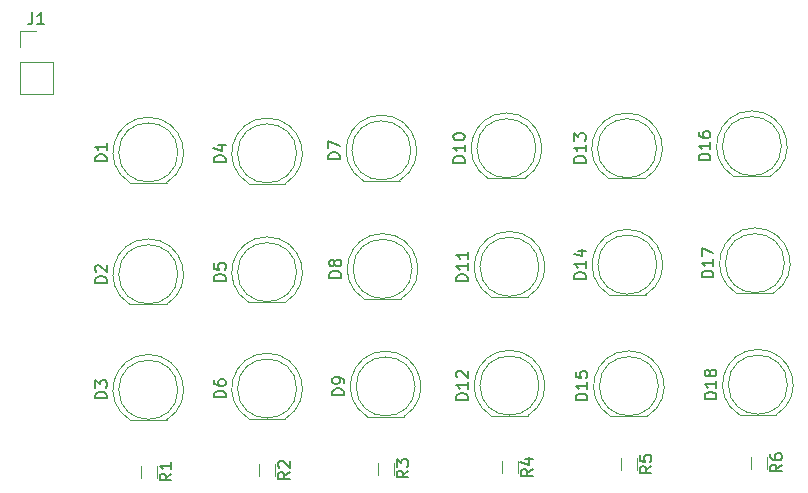
<source format=gbr>
G04 #@! TF.FileFunction,Legend,Top*
%FSLAX46Y46*%
G04 Gerber Fmt 4.6, Leading zero omitted, Abs format (unit mm)*
G04 Created by KiCad (PCBNEW 4.0.5) date Thursday, March 09, 2017 'PMt' 04:26:22 PM*
%MOMM*%
%LPD*%
G01*
G04 APERTURE LIST*
%ADD10C,0.100000*%
%ADD11C,0.120000*%
%ADD12C,0.150000*%
G04 APERTURE END LIST*
D10*
D11*
X156286662Y-106255400D02*
G75*
G03X154741370Y-111805400I-462J-2990000D01*
G01*
X156285738Y-106255400D02*
G75*
G02X157831030Y-111805400I462J-2990000D01*
G01*
X158786200Y-109245400D02*
G75*
G03X158786200Y-109245400I-2500000J0D01*
G01*
X154741200Y-111805400D02*
X157831200Y-111805400D01*
X156286662Y-116567800D02*
G75*
G03X154741370Y-122117800I-462J-2990000D01*
G01*
X156285738Y-116567800D02*
G75*
G02X157831030Y-122117800I462J-2990000D01*
G01*
X158786200Y-119557800D02*
G75*
G03X158786200Y-119557800I-2500000J0D01*
G01*
X154741200Y-122117800D02*
X157831200Y-122117800D01*
X156286662Y-126346800D02*
G75*
G03X154741370Y-131896800I-462J-2990000D01*
G01*
X156285738Y-126346800D02*
G75*
G02X157831030Y-131896800I462J-2990000D01*
G01*
X158786200Y-129336800D02*
G75*
G03X158786200Y-129336800I-2500000J0D01*
G01*
X154741200Y-131896800D02*
X157831200Y-131896800D01*
X166345062Y-106331600D02*
G75*
G03X164799770Y-111881600I-462J-2990000D01*
G01*
X166344138Y-106331600D02*
G75*
G02X167889430Y-111881600I462J-2990000D01*
G01*
X168844600Y-109321600D02*
G75*
G03X168844600Y-109321600I-2500000J0D01*
G01*
X164799600Y-111881600D02*
X167889600Y-111881600D01*
X166345062Y-116390000D02*
G75*
G03X164799770Y-121940000I-462J-2990000D01*
G01*
X166344138Y-116390000D02*
G75*
G02X167889430Y-121940000I462J-2990000D01*
G01*
X168844600Y-119380000D02*
G75*
G03X168844600Y-119380000I-2500000J0D01*
G01*
X164799600Y-121940000D02*
X167889600Y-121940000D01*
X166345062Y-126245200D02*
G75*
G03X164799770Y-131795200I-462J-2990000D01*
G01*
X166344138Y-126245200D02*
G75*
G02X167889430Y-131795200I462J-2990000D01*
G01*
X168844600Y-129235200D02*
G75*
G03X168844600Y-129235200I-2500000J0D01*
G01*
X164799600Y-131795200D02*
X167889600Y-131795200D01*
X176022462Y-106077600D02*
G75*
G03X174477170Y-111627600I-462J-2990000D01*
G01*
X176021538Y-106077600D02*
G75*
G02X177566830Y-111627600I462J-2990000D01*
G01*
X178522000Y-109067600D02*
G75*
G03X178522000Y-109067600I-2500000J0D01*
G01*
X174477000Y-111627600D02*
X177567000Y-111627600D01*
X176124062Y-116110600D02*
G75*
G03X174578770Y-121660600I-462J-2990000D01*
G01*
X176123138Y-116110600D02*
G75*
G02X177668430Y-121660600I462J-2990000D01*
G01*
X178623600Y-119100600D02*
G75*
G03X178623600Y-119100600I-2500000J0D01*
G01*
X174578600Y-121660600D02*
X177668600Y-121660600D01*
X176378062Y-126067400D02*
G75*
G03X174832770Y-131617400I-462J-2990000D01*
G01*
X176377138Y-126067400D02*
G75*
G02X177922430Y-131617400I462J-2990000D01*
G01*
X178877600Y-129057400D02*
G75*
G03X178877600Y-129057400I-2500000J0D01*
G01*
X174832600Y-131617400D02*
X177922600Y-131617400D01*
X186614262Y-105899800D02*
G75*
G03X185068970Y-111449800I-462J-2990000D01*
G01*
X186613338Y-105899800D02*
G75*
G02X188158630Y-111449800I462J-2990000D01*
G01*
X189113800Y-108889800D02*
G75*
G03X189113800Y-108889800I-2500000J0D01*
G01*
X185068800Y-111449800D02*
X188158800Y-111449800D01*
X186868262Y-115932800D02*
G75*
G03X185322970Y-121482800I-462J-2990000D01*
G01*
X186867338Y-115932800D02*
G75*
G02X188412630Y-121482800I462J-2990000D01*
G01*
X189367800Y-118922800D02*
G75*
G03X189367800Y-118922800I-2500000J0D01*
G01*
X185322800Y-121482800D02*
X188412800Y-121482800D01*
X186868262Y-125991200D02*
G75*
G03X185322970Y-131541200I-462J-2990000D01*
G01*
X186867338Y-125991200D02*
G75*
G02X188412630Y-131541200I462J-2990000D01*
G01*
X189367800Y-128981200D02*
G75*
G03X189367800Y-128981200I-2500000J0D01*
G01*
X185322800Y-131541200D02*
X188412800Y-131541200D01*
X196825062Y-105899800D02*
G75*
G03X195279770Y-111449800I-462J-2990000D01*
G01*
X196824138Y-105899800D02*
G75*
G02X198369430Y-111449800I462J-2990000D01*
G01*
X199324600Y-108889800D02*
G75*
G03X199324600Y-108889800I-2500000J0D01*
G01*
X195279600Y-111449800D02*
X198369600Y-111449800D01*
X196850462Y-115755000D02*
G75*
G03X195305170Y-121305000I-462J-2990000D01*
G01*
X196849538Y-115755000D02*
G75*
G02X198394830Y-121305000I462J-2990000D01*
G01*
X199350000Y-118745000D02*
G75*
G03X199350000Y-118745000I-2500000J0D01*
G01*
X195305000Y-121305000D02*
X198395000Y-121305000D01*
X196977462Y-126042000D02*
G75*
G03X195432170Y-131592000I-462J-2990000D01*
G01*
X196976538Y-126042000D02*
G75*
G02X198521830Y-131592000I462J-2990000D01*
G01*
X199477000Y-129032000D02*
G75*
G03X199477000Y-129032000I-2500000J0D01*
G01*
X195432000Y-131592000D02*
X198522000Y-131592000D01*
X207391462Y-105722000D02*
G75*
G03X205846170Y-111272000I-462J-2990000D01*
G01*
X207390538Y-105722000D02*
G75*
G02X208935830Y-111272000I462J-2990000D01*
G01*
X209891000Y-108712000D02*
G75*
G03X209891000Y-108712000I-2500000J0D01*
G01*
X205846000Y-111272000D02*
X208936000Y-111272000D01*
X207645462Y-115628000D02*
G75*
G03X206100170Y-121178000I-462J-2990000D01*
G01*
X207644538Y-115628000D02*
G75*
G02X209189830Y-121178000I462J-2990000D01*
G01*
X210145000Y-118618000D02*
G75*
G03X210145000Y-118618000I-2500000J0D01*
G01*
X206100000Y-121178000D02*
X209190000Y-121178000D01*
X207899462Y-125915000D02*
G75*
G03X206354170Y-131465000I-462J-2990000D01*
G01*
X207898538Y-125915000D02*
G75*
G02X209443830Y-131465000I462J-2990000D01*
G01*
X210399000Y-128905000D02*
G75*
G03X210399000Y-128905000I-2500000J0D01*
G01*
X206354000Y-131465000D02*
X209444000Y-131465000D01*
X145422000Y-101600000D02*
X145422000Y-104260000D01*
X145422000Y-104260000D02*
X148202000Y-104260000D01*
X148202000Y-104260000D02*
X148202000Y-101600000D01*
X148202000Y-101600000D02*
X145422000Y-101600000D01*
X145422000Y-100330000D02*
X145422000Y-98940000D01*
X145422000Y-98940000D02*
X146812000Y-98940000D01*
X155657000Y-136771000D02*
X155657000Y-135771000D01*
X157017000Y-135771000D02*
X157017000Y-136771000D01*
X165690000Y-136644000D02*
X165690000Y-135644000D01*
X167050000Y-135644000D02*
X167050000Y-136644000D01*
X175723000Y-136517000D02*
X175723000Y-135517000D01*
X177083000Y-135517000D02*
X177083000Y-136517000D01*
X186264000Y-136390000D02*
X186264000Y-135390000D01*
X187624000Y-135390000D02*
X187624000Y-136390000D01*
X196297000Y-136136000D02*
X196297000Y-135136000D01*
X197657000Y-135136000D02*
X197657000Y-136136000D01*
X207346000Y-136009000D02*
X207346000Y-135009000D01*
X208706000Y-135009000D02*
X208706000Y-136009000D01*
D12*
X152778581Y-109983495D02*
X151778581Y-109983495D01*
X151778581Y-109745400D01*
X151826200Y-109602542D01*
X151921438Y-109507304D01*
X152016676Y-109459685D01*
X152207152Y-109412066D01*
X152350010Y-109412066D01*
X152540486Y-109459685D01*
X152635724Y-109507304D01*
X152730962Y-109602542D01*
X152778581Y-109745400D01*
X152778581Y-109983495D01*
X152778581Y-108459685D02*
X152778581Y-109031114D01*
X152778581Y-108745400D02*
X151778581Y-108745400D01*
X151921438Y-108840638D01*
X152016676Y-108935876D01*
X152064295Y-109031114D01*
X152778581Y-120295895D02*
X151778581Y-120295895D01*
X151778581Y-120057800D01*
X151826200Y-119914942D01*
X151921438Y-119819704D01*
X152016676Y-119772085D01*
X152207152Y-119724466D01*
X152350010Y-119724466D01*
X152540486Y-119772085D01*
X152635724Y-119819704D01*
X152730962Y-119914942D01*
X152778581Y-120057800D01*
X152778581Y-120295895D01*
X151873819Y-119343514D02*
X151826200Y-119295895D01*
X151778581Y-119200657D01*
X151778581Y-118962561D01*
X151826200Y-118867323D01*
X151873819Y-118819704D01*
X151969057Y-118772085D01*
X152064295Y-118772085D01*
X152207152Y-118819704D01*
X152778581Y-119391133D01*
X152778581Y-118772085D01*
X152778581Y-130074895D02*
X151778581Y-130074895D01*
X151778581Y-129836800D01*
X151826200Y-129693942D01*
X151921438Y-129598704D01*
X152016676Y-129551085D01*
X152207152Y-129503466D01*
X152350010Y-129503466D01*
X152540486Y-129551085D01*
X152635724Y-129598704D01*
X152730962Y-129693942D01*
X152778581Y-129836800D01*
X152778581Y-130074895D01*
X151778581Y-129170133D02*
X151778581Y-128551085D01*
X152159533Y-128884419D01*
X152159533Y-128741561D01*
X152207152Y-128646323D01*
X152254771Y-128598704D01*
X152350010Y-128551085D01*
X152588105Y-128551085D01*
X152683343Y-128598704D01*
X152730962Y-128646323D01*
X152778581Y-128741561D01*
X152778581Y-129027276D01*
X152730962Y-129122514D01*
X152683343Y-129170133D01*
X162836981Y-110059695D02*
X161836981Y-110059695D01*
X161836981Y-109821600D01*
X161884600Y-109678742D01*
X161979838Y-109583504D01*
X162075076Y-109535885D01*
X162265552Y-109488266D01*
X162408410Y-109488266D01*
X162598886Y-109535885D01*
X162694124Y-109583504D01*
X162789362Y-109678742D01*
X162836981Y-109821600D01*
X162836981Y-110059695D01*
X162170314Y-108631123D02*
X162836981Y-108631123D01*
X161789362Y-108869219D02*
X162503648Y-109107314D01*
X162503648Y-108488266D01*
X162836981Y-120118095D02*
X161836981Y-120118095D01*
X161836981Y-119880000D01*
X161884600Y-119737142D01*
X161979838Y-119641904D01*
X162075076Y-119594285D01*
X162265552Y-119546666D01*
X162408410Y-119546666D01*
X162598886Y-119594285D01*
X162694124Y-119641904D01*
X162789362Y-119737142D01*
X162836981Y-119880000D01*
X162836981Y-120118095D01*
X161836981Y-118641904D02*
X161836981Y-119118095D01*
X162313171Y-119165714D01*
X162265552Y-119118095D01*
X162217933Y-119022857D01*
X162217933Y-118784761D01*
X162265552Y-118689523D01*
X162313171Y-118641904D01*
X162408410Y-118594285D01*
X162646505Y-118594285D01*
X162741743Y-118641904D01*
X162789362Y-118689523D01*
X162836981Y-118784761D01*
X162836981Y-119022857D01*
X162789362Y-119118095D01*
X162741743Y-119165714D01*
X162836981Y-129973295D02*
X161836981Y-129973295D01*
X161836981Y-129735200D01*
X161884600Y-129592342D01*
X161979838Y-129497104D01*
X162075076Y-129449485D01*
X162265552Y-129401866D01*
X162408410Y-129401866D01*
X162598886Y-129449485D01*
X162694124Y-129497104D01*
X162789362Y-129592342D01*
X162836981Y-129735200D01*
X162836981Y-129973295D01*
X161836981Y-128544723D02*
X161836981Y-128735200D01*
X161884600Y-128830438D01*
X161932219Y-128878057D01*
X162075076Y-128973295D01*
X162265552Y-129020914D01*
X162646505Y-129020914D01*
X162741743Y-128973295D01*
X162789362Y-128925676D01*
X162836981Y-128830438D01*
X162836981Y-128639961D01*
X162789362Y-128544723D01*
X162741743Y-128497104D01*
X162646505Y-128449485D01*
X162408410Y-128449485D01*
X162313171Y-128497104D01*
X162265552Y-128544723D01*
X162217933Y-128639961D01*
X162217933Y-128830438D01*
X162265552Y-128925676D01*
X162313171Y-128973295D01*
X162408410Y-129020914D01*
X172514381Y-109805695D02*
X171514381Y-109805695D01*
X171514381Y-109567600D01*
X171562000Y-109424742D01*
X171657238Y-109329504D01*
X171752476Y-109281885D01*
X171942952Y-109234266D01*
X172085810Y-109234266D01*
X172276286Y-109281885D01*
X172371524Y-109329504D01*
X172466762Y-109424742D01*
X172514381Y-109567600D01*
X172514381Y-109805695D01*
X171514381Y-108900933D02*
X171514381Y-108234266D01*
X172514381Y-108662838D01*
X172615981Y-119838695D02*
X171615981Y-119838695D01*
X171615981Y-119600600D01*
X171663600Y-119457742D01*
X171758838Y-119362504D01*
X171854076Y-119314885D01*
X172044552Y-119267266D01*
X172187410Y-119267266D01*
X172377886Y-119314885D01*
X172473124Y-119362504D01*
X172568362Y-119457742D01*
X172615981Y-119600600D01*
X172615981Y-119838695D01*
X172044552Y-118695838D02*
X171996933Y-118791076D01*
X171949314Y-118838695D01*
X171854076Y-118886314D01*
X171806457Y-118886314D01*
X171711219Y-118838695D01*
X171663600Y-118791076D01*
X171615981Y-118695838D01*
X171615981Y-118505361D01*
X171663600Y-118410123D01*
X171711219Y-118362504D01*
X171806457Y-118314885D01*
X171854076Y-118314885D01*
X171949314Y-118362504D01*
X171996933Y-118410123D01*
X172044552Y-118505361D01*
X172044552Y-118695838D01*
X172092171Y-118791076D01*
X172139790Y-118838695D01*
X172235029Y-118886314D01*
X172425505Y-118886314D01*
X172520743Y-118838695D01*
X172568362Y-118791076D01*
X172615981Y-118695838D01*
X172615981Y-118505361D01*
X172568362Y-118410123D01*
X172520743Y-118362504D01*
X172425505Y-118314885D01*
X172235029Y-118314885D01*
X172139790Y-118362504D01*
X172092171Y-118410123D01*
X172044552Y-118505361D01*
X172869981Y-129795495D02*
X171869981Y-129795495D01*
X171869981Y-129557400D01*
X171917600Y-129414542D01*
X172012838Y-129319304D01*
X172108076Y-129271685D01*
X172298552Y-129224066D01*
X172441410Y-129224066D01*
X172631886Y-129271685D01*
X172727124Y-129319304D01*
X172822362Y-129414542D01*
X172869981Y-129557400D01*
X172869981Y-129795495D01*
X172869981Y-128747876D02*
X172869981Y-128557400D01*
X172822362Y-128462161D01*
X172774743Y-128414542D01*
X172631886Y-128319304D01*
X172441410Y-128271685D01*
X172060457Y-128271685D01*
X171965219Y-128319304D01*
X171917600Y-128366923D01*
X171869981Y-128462161D01*
X171869981Y-128652638D01*
X171917600Y-128747876D01*
X171965219Y-128795495D01*
X172060457Y-128843114D01*
X172298552Y-128843114D01*
X172393790Y-128795495D01*
X172441410Y-128747876D01*
X172489029Y-128652638D01*
X172489029Y-128462161D01*
X172441410Y-128366923D01*
X172393790Y-128319304D01*
X172298552Y-128271685D01*
X183106181Y-110104086D02*
X182106181Y-110104086D01*
X182106181Y-109865991D01*
X182153800Y-109723133D01*
X182249038Y-109627895D01*
X182344276Y-109580276D01*
X182534752Y-109532657D01*
X182677610Y-109532657D01*
X182868086Y-109580276D01*
X182963324Y-109627895D01*
X183058562Y-109723133D01*
X183106181Y-109865991D01*
X183106181Y-110104086D01*
X183106181Y-108580276D02*
X183106181Y-109151705D01*
X183106181Y-108865991D02*
X182106181Y-108865991D01*
X182249038Y-108961229D01*
X182344276Y-109056467D01*
X182391895Y-109151705D01*
X182106181Y-107961229D02*
X182106181Y-107865990D01*
X182153800Y-107770752D01*
X182201419Y-107723133D01*
X182296657Y-107675514D01*
X182487133Y-107627895D01*
X182725229Y-107627895D01*
X182915705Y-107675514D01*
X183010943Y-107723133D01*
X183058562Y-107770752D01*
X183106181Y-107865990D01*
X183106181Y-107961229D01*
X183058562Y-108056467D01*
X183010943Y-108104086D01*
X182915705Y-108151705D01*
X182725229Y-108199324D01*
X182487133Y-108199324D01*
X182296657Y-108151705D01*
X182201419Y-108104086D01*
X182153800Y-108056467D01*
X182106181Y-107961229D01*
X183360181Y-120137086D02*
X182360181Y-120137086D01*
X182360181Y-119898991D01*
X182407800Y-119756133D01*
X182503038Y-119660895D01*
X182598276Y-119613276D01*
X182788752Y-119565657D01*
X182931610Y-119565657D01*
X183122086Y-119613276D01*
X183217324Y-119660895D01*
X183312562Y-119756133D01*
X183360181Y-119898991D01*
X183360181Y-120137086D01*
X183360181Y-118613276D02*
X183360181Y-119184705D01*
X183360181Y-118898991D02*
X182360181Y-118898991D01*
X182503038Y-118994229D01*
X182598276Y-119089467D01*
X182645895Y-119184705D01*
X183360181Y-117660895D02*
X183360181Y-118232324D01*
X183360181Y-117946610D02*
X182360181Y-117946610D01*
X182503038Y-118041848D01*
X182598276Y-118137086D01*
X182645895Y-118232324D01*
X183360181Y-130195486D02*
X182360181Y-130195486D01*
X182360181Y-129957391D01*
X182407800Y-129814533D01*
X182503038Y-129719295D01*
X182598276Y-129671676D01*
X182788752Y-129624057D01*
X182931610Y-129624057D01*
X183122086Y-129671676D01*
X183217324Y-129719295D01*
X183312562Y-129814533D01*
X183360181Y-129957391D01*
X183360181Y-130195486D01*
X183360181Y-128671676D02*
X183360181Y-129243105D01*
X183360181Y-128957391D02*
X182360181Y-128957391D01*
X182503038Y-129052629D01*
X182598276Y-129147867D01*
X182645895Y-129243105D01*
X182455419Y-128290724D02*
X182407800Y-128243105D01*
X182360181Y-128147867D01*
X182360181Y-127909771D01*
X182407800Y-127814533D01*
X182455419Y-127766914D01*
X182550657Y-127719295D01*
X182645895Y-127719295D01*
X182788752Y-127766914D01*
X183360181Y-128338343D01*
X183360181Y-127719295D01*
X193316981Y-110104086D02*
X192316981Y-110104086D01*
X192316981Y-109865991D01*
X192364600Y-109723133D01*
X192459838Y-109627895D01*
X192555076Y-109580276D01*
X192745552Y-109532657D01*
X192888410Y-109532657D01*
X193078886Y-109580276D01*
X193174124Y-109627895D01*
X193269362Y-109723133D01*
X193316981Y-109865991D01*
X193316981Y-110104086D01*
X193316981Y-108580276D02*
X193316981Y-109151705D01*
X193316981Y-108865991D02*
X192316981Y-108865991D01*
X192459838Y-108961229D01*
X192555076Y-109056467D01*
X192602695Y-109151705D01*
X192316981Y-108246943D02*
X192316981Y-107627895D01*
X192697933Y-107961229D01*
X192697933Y-107818371D01*
X192745552Y-107723133D01*
X192793171Y-107675514D01*
X192888410Y-107627895D01*
X193126505Y-107627895D01*
X193221743Y-107675514D01*
X193269362Y-107723133D01*
X193316981Y-107818371D01*
X193316981Y-108104086D01*
X193269362Y-108199324D01*
X193221743Y-108246943D01*
X193342381Y-119959286D02*
X192342381Y-119959286D01*
X192342381Y-119721191D01*
X192390000Y-119578333D01*
X192485238Y-119483095D01*
X192580476Y-119435476D01*
X192770952Y-119387857D01*
X192913810Y-119387857D01*
X193104286Y-119435476D01*
X193199524Y-119483095D01*
X193294762Y-119578333D01*
X193342381Y-119721191D01*
X193342381Y-119959286D01*
X193342381Y-118435476D02*
X193342381Y-119006905D01*
X193342381Y-118721191D02*
X192342381Y-118721191D01*
X192485238Y-118816429D01*
X192580476Y-118911667D01*
X192628095Y-119006905D01*
X192675714Y-117578333D02*
X193342381Y-117578333D01*
X192294762Y-117816429D02*
X193009048Y-118054524D01*
X193009048Y-117435476D01*
X193469381Y-130246286D02*
X192469381Y-130246286D01*
X192469381Y-130008191D01*
X192517000Y-129865333D01*
X192612238Y-129770095D01*
X192707476Y-129722476D01*
X192897952Y-129674857D01*
X193040810Y-129674857D01*
X193231286Y-129722476D01*
X193326524Y-129770095D01*
X193421762Y-129865333D01*
X193469381Y-130008191D01*
X193469381Y-130246286D01*
X193469381Y-128722476D02*
X193469381Y-129293905D01*
X193469381Y-129008191D02*
X192469381Y-129008191D01*
X192612238Y-129103429D01*
X192707476Y-129198667D01*
X192755095Y-129293905D01*
X192469381Y-127817714D02*
X192469381Y-128293905D01*
X192945571Y-128341524D01*
X192897952Y-128293905D01*
X192850333Y-128198667D01*
X192850333Y-127960571D01*
X192897952Y-127865333D01*
X192945571Y-127817714D01*
X193040810Y-127770095D01*
X193278905Y-127770095D01*
X193374143Y-127817714D01*
X193421762Y-127865333D01*
X193469381Y-127960571D01*
X193469381Y-128198667D01*
X193421762Y-128293905D01*
X193374143Y-128341524D01*
X203883381Y-109926286D02*
X202883381Y-109926286D01*
X202883381Y-109688191D01*
X202931000Y-109545333D01*
X203026238Y-109450095D01*
X203121476Y-109402476D01*
X203311952Y-109354857D01*
X203454810Y-109354857D01*
X203645286Y-109402476D01*
X203740524Y-109450095D01*
X203835762Y-109545333D01*
X203883381Y-109688191D01*
X203883381Y-109926286D01*
X203883381Y-108402476D02*
X203883381Y-108973905D01*
X203883381Y-108688191D02*
X202883381Y-108688191D01*
X203026238Y-108783429D01*
X203121476Y-108878667D01*
X203169095Y-108973905D01*
X202883381Y-107545333D02*
X202883381Y-107735810D01*
X202931000Y-107831048D01*
X202978619Y-107878667D01*
X203121476Y-107973905D01*
X203311952Y-108021524D01*
X203692905Y-108021524D01*
X203788143Y-107973905D01*
X203835762Y-107926286D01*
X203883381Y-107831048D01*
X203883381Y-107640571D01*
X203835762Y-107545333D01*
X203788143Y-107497714D01*
X203692905Y-107450095D01*
X203454810Y-107450095D01*
X203359571Y-107497714D01*
X203311952Y-107545333D01*
X203264333Y-107640571D01*
X203264333Y-107831048D01*
X203311952Y-107926286D01*
X203359571Y-107973905D01*
X203454810Y-108021524D01*
X204137381Y-119832286D02*
X203137381Y-119832286D01*
X203137381Y-119594191D01*
X203185000Y-119451333D01*
X203280238Y-119356095D01*
X203375476Y-119308476D01*
X203565952Y-119260857D01*
X203708810Y-119260857D01*
X203899286Y-119308476D01*
X203994524Y-119356095D01*
X204089762Y-119451333D01*
X204137381Y-119594191D01*
X204137381Y-119832286D01*
X204137381Y-118308476D02*
X204137381Y-118879905D01*
X204137381Y-118594191D02*
X203137381Y-118594191D01*
X203280238Y-118689429D01*
X203375476Y-118784667D01*
X203423095Y-118879905D01*
X203137381Y-117975143D02*
X203137381Y-117308476D01*
X204137381Y-117737048D01*
X204391381Y-130119286D02*
X203391381Y-130119286D01*
X203391381Y-129881191D01*
X203439000Y-129738333D01*
X203534238Y-129643095D01*
X203629476Y-129595476D01*
X203819952Y-129547857D01*
X203962810Y-129547857D01*
X204153286Y-129595476D01*
X204248524Y-129643095D01*
X204343762Y-129738333D01*
X204391381Y-129881191D01*
X204391381Y-130119286D01*
X204391381Y-128595476D02*
X204391381Y-129166905D01*
X204391381Y-128881191D02*
X203391381Y-128881191D01*
X203534238Y-128976429D01*
X203629476Y-129071667D01*
X203677095Y-129166905D01*
X203819952Y-128024048D02*
X203772333Y-128119286D01*
X203724714Y-128166905D01*
X203629476Y-128214524D01*
X203581857Y-128214524D01*
X203486619Y-128166905D01*
X203439000Y-128119286D01*
X203391381Y-128024048D01*
X203391381Y-127833571D01*
X203439000Y-127738333D01*
X203486619Y-127690714D01*
X203581857Y-127643095D01*
X203629476Y-127643095D01*
X203724714Y-127690714D01*
X203772333Y-127738333D01*
X203819952Y-127833571D01*
X203819952Y-128024048D01*
X203867571Y-128119286D01*
X203915190Y-128166905D01*
X204010429Y-128214524D01*
X204200905Y-128214524D01*
X204296143Y-128166905D01*
X204343762Y-128119286D01*
X204391381Y-128024048D01*
X204391381Y-127833571D01*
X204343762Y-127738333D01*
X204296143Y-127690714D01*
X204200905Y-127643095D01*
X204010429Y-127643095D01*
X203915190Y-127690714D01*
X203867571Y-127738333D01*
X203819952Y-127833571D01*
X146478667Y-97392381D02*
X146478667Y-98106667D01*
X146431047Y-98249524D01*
X146335809Y-98344762D01*
X146192952Y-98392381D01*
X146097714Y-98392381D01*
X147478667Y-98392381D02*
X146907238Y-98392381D01*
X147192952Y-98392381D02*
X147192952Y-97392381D01*
X147097714Y-97535238D01*
X147002476Y-97630476D01*
X146907238Y-97678095D01*
X158239381Y-136437666D02*
X157763190Y-136771000D01*
X158239381Y-137009095D02*
X157239381Y-137009095D01*
X157239381Y-136628142D01*
X157287000Y-136532904D01*
X157334619Y-136485285D01*
X157429857Y-136437666D01*
X157572714Y-136437666D01*
X157667952Y-136485285D01*
X157715571Y-136532904D01*
X157763190Y-136628142D01*
X157763190Y-137009095D01*
X158239381Y-135485285D02*
X158239381Y-136056714D01*
X158239381Y-135771000D02*
X157239381Y-135771000D01*
X157382238Y-135866238D01*
X157477476Y-135961476D01*
X157525095Y-136056714D01*
X168272381Y-136310666D02*
X167796190Y-136644000D01*
X168272381Y-136882095D02*
X167272381Y-136882095D01*
X167272381Y-136501142D01*
X167320000Y-136405904D01*
X167367619Y-136358285D01*
X167462857Y-136310666D01*
X167605714Y-136310666D01*
X167700952Y-136358285D01*
X167748571Y-136405904D01*
X167796190Y-136501142D01*
X167796190Y-136882095D01*
X167367619Y-135929714D02*
X167320000Y-135882095D01*
X167272381Y-135786857D01*
X167272381Y-135548761D01*
X167320000Y-135453523D01*
X167367619Y-135405904D01*
X167462857Y-135358285D01*
X167558095Y-135358285D01*
X167700952Y-135405904D01*
X168272381Y-135977333D01*
X168272381Y-135358285D01*
X178305381Y-136183666D02*
X177829190Y-136517000D01*
X178305381Y-136755095D02*
X177305381Y-136755095D01*
X177305381Y-136374142D01*
X177353000Y-136278904D01*
X177400619Y-136231285D01*
X177495857Y-136183666D01*
X177638714Y-136183666D01*
X177733952Y-136231285D01*
X177781571Y-136278904D01*
X177829190Y-136374142D01*
X177829190Y-136755095D01*
X177305381Y-135850333D02*
X177305381Y-135231285D01*
X177686333Y-135564619D01*
X177686333Y-135421761D01*
X177733952Y-135326523D01*
X177781571Y-135278904D01*
X177876810Y-135231285D01*
X178114905Y-135231285D01*
X178210143Y-135278904D01*
X178257762Y-135326523D01*
X178305381Y-135421761D01*
X178305381Y-135707476D01*
X178257762Y-135802714D01*
X178210143Y-135850333D01*
X188846381Y-136056666D02*
X188370190Y-136390000D01*
X188846381Y-136628095D02*
X187846381Y-136628095D01*
X187846381Y-136247142D01*
X187894000Y-136151904D01*
X187941619Y-136104285D01*
X188036857Y-136056666D01*
X188179714Y-136056666D01*
X188274952Y-136104285D01*
X188322571Y-136151904D01*
X188370190Y-136247142D01*
X188370190Y-136628095D01*
X188179714Y-135199523D02*
X188846381Y-135199523D01*
X187798762Y-135437619D02*
X188513048Y-135675714D01*
X188513048Y-135056666D01*
X198879381Y-135802666D02*
X198403190Y-136136000D01*
X198879381Y-136374095D02*
X197879381Y-136374095D01*
X197879381Y-135993142D01*
X197927000Y-135897904D01*
X197974619Y-135850285D01*
X198069857Y-135802666D01*
X198212714Y-135802666D01*
X198307952Y-135850285D01*
X198355571Y-135897904D01*
X198403190Y-135993142D01*
X198403190Y-136374095D01*
X197879381Y-134897904D02*
X197879381Y-135374095D01*
X198355571Y-135421714D01*
X198307952Y-135374095D01*
X198260333Y-135278857D01*
X198260333Y-135040761D01*
X198307952Y-134945523D01*
X198355571Y-134897904D01*
X198450810Y-134850285D01*
X198688905Y-134850285D01*
X198784143Y-134897904D01*
X198831762Y-134945523D01*
X198879381Y-135040761D01*
X198879381Y-135278857D01*
X198831762Y-135374095D01*
X198784143Y-135421714D01*
X209928381Y-135675666D02*
X209452190Y-136009000D01*
X209928381Y-136247095D02*
X208928381Y-136247095D01*
X208928381Y-135866142D01*
X208976000Y-135770904D01*
X209023619Y-135723285D01*
X209118857Y-135675666D01*
X209261714Y-135675666D01*
X209356952Y-135723285D01*
X209404571Y-135770904D01*
X209452190Y-135866142D01*
X209452190Y-136247095D01*
X208928381Y-134818523D02*
X208928381Y-135009000D01*
X208976000Y-135104238D01*
X209023619Y-135151857D01*
X209166476Y-135247095D01*
X209356952Y-135294714D01*
X209737905Y-135294714D01*
X209833143Y-135247095D01*
X209880762Y-135199476D01*
X209928381Y-135104238D01*
X209928381Y-134913761D01*
X209880762Y-134818523D01*
X209833143Y-134770904D01*
X209737905Y-134723285D01*
X209499810Y-134723285D01*
X209404571Y-134770904D01*
X209356952Y-134818523D01*
X209309333Y-134913761D01*
X209309333Y-135104238D01*
X209356952Y-135199476D01*
X209404571Y-135247095D01*
X209499810Y-135294714D01*
M02*

</source>
